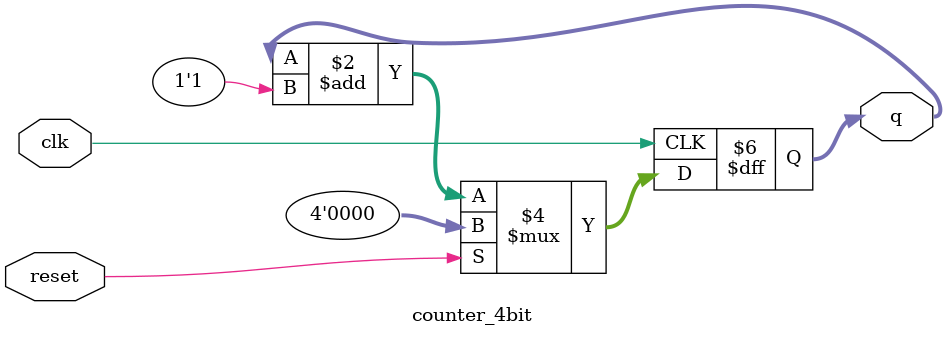
<source format=v>
module counter_4bit(
input wire clk,
input wire reset,
output reg [3:0] q );
always@(posedge clk)begin
if(reset)
q<=4'b0000;
else
q<=q+1'b1;
end
endmodule

</source>
